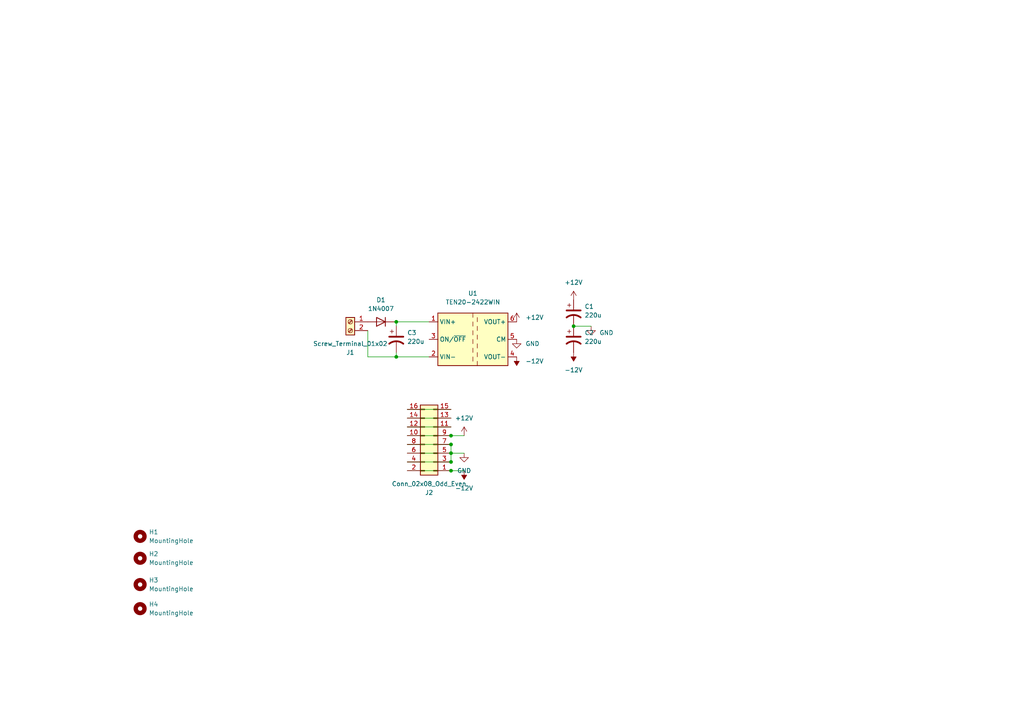
<source format=kicad_sch>
(kicad_sch (version 20211123) (generator eeschema)
  (paper "A4")
  (lib_symbols
    (symbol "Connector:Screw_Terminal_01x02" (pin_names (offset 1.016) hide)
      (property "Reference" "J" (at 0 2.54 0))
      (property "Value" "Screw_Terminal_01x02" (at 0 -5.08 0))
      (symbol "Screw_Terminal_01x02_1_1"
        (rectangle (start -1.27 1.27) (end 1.27 -3.81) (stroke (width 0.254)) (fill (type background)))
        (circle (center 0 -2.54) (radius 0.635) (stroke (width 0.1524)))
        (polyline (pts (xy -0.5334 -2.2098) (xy 0.3302 -3.048)) (stroke (width 0.1524)))
        (polyline (pts (xy -0.5334 0.3302) (xy 0.3302 -0.508)) (stroke (width 0.1524)))
        (polyline (pts (xy -0.3556 -2.032) (xy 0.508 -2.8702)) (stroke (width 0.1524)))
        (polyline (pts (xy -0.3556 0.508) (xy 0.508 -0.3302)) (stroke (width 0.1524)))
        (circle (center 0 0) (radius 0.635) (stroke (width 0.1524)))
        (pin passive line (at -5.08 0 0) (length 3.81) (name "Pin_1") (number "1"))
        (pin passive line (at -5.08 -2.54 0) (length 3.81) (name "Pin_2") (number "2"))
      )
    )
    (symbol "Connector_Generic:Conn_02x08_Odd_Even" (pin_names (offset 1.016) hide)
      (property "Reference" "J" (at 1.27 10.16 0))
      (property "Value" "Conn_02x08_Odd_Even" (at 1.27 -12.7 0))
      (symbol "Conn_02x08_Odd_Even_1_1"
        (rectangle (start -1.27 -10.033) (end 0 -10.287) (stroke (width 0.1524)))
        (rectangle (start -1.27 -7.493) (end 0 -7.747) (stroke (width 0.1524)))
        (rectangle (start -1.27 -4.953) (end 0 -5.207) (stroke (width 0.1524)))
        (rectangle (start -1.27 -2.413) (end 0 -2.667) (stroke (width 0.1524)))
        (rectangle (start -1.27 0.127) (end 0 -0.127) (stroke (width 0.1524)))
        (rectangle (start -1.27 2.667) (end 0 2.413) (stroke (width 0.1524)))
        (rectangle (start -1.27 5.207) (end 0 4.953) (stroke (width 0.1524)))
        (rectangle (start -1.27 7.747) (end 0 7.493) (stroke (width 0.1524)))
        (rectangle (start -1.27 8.89) (end 3.81 -11.43) (stroke (width 0.254)) (fill (type background)))
        (rectangle (start 3.81 -10.033) (end 2.54 -10.287) (stroke (width 0.1524)))
        (rectangle (start 3.81 -7.493) (end 2.54 -7.747) (stroke (width 0.1524)))
        (rectangle (start 3.81 -4.953) (end 2.54 -5.207) (stroke (width 0.1524)))
        (rectangle (start 3.81 -2.413) (end 2.54 -2.667) (stroke (width 0.1524)))
        (rectangle (start 3.81 0.127) (end 2.54 -0.127) (stroke (width 0.1524)))
        (rectangle (start 3.81 2.667) (end 2.54 2.413) (stroke (width 0.1524)))
        (rectangle (start 3.81 5.207) (end 2.54 4.953) (stroke (width 0.1524)))
        (rectangle (start 3.81 7.747) (end 2.54 7.493) (stroke (width 0.1524)))
        (pin passive line (at -5.08 7.62 0) (length 3.81) (name "Pin_1") (number "1"))
        (pin passive line (at 7.62 -2.54 180) (length 3.81) (name "Pin_10") (number "10"))
        (pin passive line (at -5.08 -5.08 0) (length 3.81) (name "Pin_11") (number "11"))
        (pin passive line (at 7.62 -5.08 180) (length 3.81) (name "Pin_12") (number "12"))
        (pin passive line (at -5.08 -7.62 0) (length 3.81) (name "Pin_13") (number "13"))
        (pin passive line (at 7.62 -7.62 180) (length 3.81) (name "Pin_14") (number "14"))
        (pin passive line (at -5.08 -10.16 0) (length 3.81) (name "Pin_15") (number "15"))
        (pin passive line (at 7.62 -10.16 180) (length 3.81) (name "Pin_16") (number "16"))
        (pin passive line (at 7.62 7.62 180) (length 3.81) (name "Pin_2") (number "2"))
        (pin passive line (at -5.08 5.08 0) (length 3.81) (name "Pin_3") (number "3"))
        (pin passive line (at 7.62 5.08 180) (length 3.81) (name "Pin_4") (number "4"))
        (pin passive line (at -5.08 2.54 0) (length 3.81) (name "Pin_5") (number "5"))
        (pin passive line (at 7.62 2.54 180) (length 3.81) (name "Pin_6") (number "6"))
        (pin passive line (at -5.08 0 0) (length 3.81) (name "Pin_7") (number "7"))
        (pin passive line (at 7.62 0 180) (length 3.81) (name "Pin_8") (number "8"))
        (pin passive line (at -5.08 -2.54 0) (length 3.81) (name "Pin_9") (number "9"))
      )
    )
    (symbol "Converter_DCDC:TEN20-2422WIN"
      (property "Reference" "U?" (at 0 13.335 0))
      (property "Value" "TEN20-2422WIN" (at 0 10.795 0))
      (symbol "TEN20-2422WIN_0_1"
        (rectangle (start -10.16 7.62) (end 10.16 -7.62) (stroke (width 0.254)) (fill (type background)))
        (polyline (pts (xy 0 -5.08) (xy 0 -6.35)))
        (polyline (pts (xy 0 -2.54) (xy 0 -3.81)))
        (polyline (pts (xy 0 0) (xy 0 -1.27)))
        (polyline (pts (xy 0 2.54) (xy 0 1.27)))
        (polyline (pts (xy 0 5.08) (xy 0 3.81)))
        (polyline (pts (xy 0 7.62) (xy 0 6.35)))
        (polyline (pts (xy 1.27 -7.62) (xy 1.27 -6.35)))
        (polyline (pts (xy 1.27 -5.08) (xy 1.27 -3.81)))
        (polyline (pts (xy 1.27 -2.54) (xy 1.27 -1.27)))
        (polyline (pts (xy 1.27 0) (xy 1.27 1.27)))
        (polyline (pts (xy 1.27 2.54) (xy 1.27 3.81)))
        (polyline (pts (xy 1.27 5.08) (xy 1.27 6.35)))
      )
      (symbol "TEN20-2422WIN_1_1"
        (pin power_in line (at -12.7 5.08 0) (length 2.54) (name "VIN+") (number "1"))
        (pin power_in line (at -12.7 -5.08 0) (length 2.54) (name "VIN-") (number "2"))
        (pin input line (at -12.7 0 0) (length 2.54) (name "ON/~{OFF}") (number "3"))
        (pin power_out line (at 12.7 -5.08 180) (length 2.54) (name "VOUT-") (number "4"))
        (pin power_out line (at 12.7 0 180) (length 2.54) (name "CM") (number "5"))
        (pin power_out line (at 12.7 5.08 180) (length 2.54) (name "VOUT+") (number "6"))
      )
    )
    (symbol "Device:C_Polarized_US" (pin_numbers hide) (pin_names (offset 0.254) hide)
      (property "Reference" "C" (at 0.635 2.54 0))
      (property "Value" "C_Polarized_US" (at 0.635 -2.54 0))
      (symbol "C_Polarized_US_0_1"
        (polyline (pts (xy -2.032 0.762) (xy 2.032 0.762)) (stroke (width 0.508)))
        (polyline (pts (xy -1.778 2.286) (xy -0.762 2.286)))
        (polyline (pts (xy -1.27 1.778) (xy -1.27 2.794)))
        (arc (start 2.032 -1.27) (mid 0 -0.5572) (end -2.032 -1.27) (stroke (width 0.508)))
      )
      (symbol "C_Polarized_US_1_1"
        (pin passive line (at 0 3.81 270) (length 2.794) (name "~") (number "1"))
        (pin passive line (at 0 -3.81 90) (length 3.302) (name "~") (number "2"))
      )
    )
    (symbol "Diode:1N4007" (pin_numbers hide) (pin_names (offset 1.016) hide)
      (property "Reference" "D" (at 0 2.54 0))
      (property "Value" "1N4007" (at 0 -2.54 0))
      (symbol "1N4007_0_1"
        (polyline (pts (xy -1.27 1.27) (xy -1.27 -1.27)) (stroke (width 0.254)))
        (polyline (pts (xy 1.27 0) (xy -1.27 0)))
        (polyline (pts (xy 1.27 1.27) (xy 1.27 -1.27) (xy -1.27 0) (xy 1.27 1.27)) (stroke (width 0.254)))
      )
      (symbol "1N4007_1_1"
        (pin passive line (at -3.81 0 0) (length 2.54) (name "K") (number "1"))
        (pin passive line (at 3.81 0 180) (length 2.54) (name "A") (number "2"))
      )
    )
    (symbol "Mechanical:MountingHole" (pin_names (offset 1.016))
      (property "Reference" "H" (at 0 5.08 0))
      (property "Value" "MountingHole" (at 0 3.175 0))
      (symbol "MountingHole_0_1"
        (circle (center 0 0) (radius 1.27) (stroke (width 1.27)))
      )
    )
    (symbol "power:+12V" (power) (pin_names (offset 0))
      (property "Value" "+12V" (at 0 3.556 0))
      (symbol "+12V_0_1"
        (polyline (pts (xy -0.762 1.27) (xy 0 2.54)))
        (polyline (pts (xy 0 0) (xy 0 2.54)))
        (polyline (pts (xy 0 2.54) (xy 0.762 1.27)))
      )
      (symbol "+12V_1_1"
        (pin power_in line (at 0 0 90) (length 0) hide (name "+12V") (number "1"))
      )
    )
    (symbol "power:-12V" (power) (pin_names (offset 0))
      (property "Value" "-12V" (at 0 3.81 0))
      (symbol "-12V_0_0"
        (pin power_in line (at 0 0 90) (length 0) hide (name "-12V") (number "1"))
      )
      (symbol "-12V_0_1"
        (polyline (pts (xy 0 0) (xy 0 1.27) (xy 0.762 1.27) (xy 0 2.54) (xy -0.762 1.27) (xy 0 1.27)) (fill (type outline)))
      )
    )
    (symbol "power:GND" (power) (pin_names (offset 0))
      (property "Value" "GND" (at 0 -3.81 0))
      (symbol "GND_0_1"
        (polyline (pts (xy 0 0) (xy 0 -1.27) (xy 1.27 -1.27) (xy 0 -2.54) (xy -1.27 -1.27) (xy 0 -1.27)))
      )
      (symbol "GND_1_1"
        (pin power_in line (at 0 0 270) (length 0) hide (name "GND") (number "1"))
      )
    )
  )
  (junction (at 130.81 126.365))
  (junction (at 130.81 136.525))
  (junction (at 130.81 133.985))
  (junction (at 130.81 128.905))
  (junction (at 166.37 94.615))
  (junction (at 114.935 93.345))
  (junction (at 114.935 103.505))
  (junction (at 130.81 131.445))
  (wire (pts (xy 118.11 126.365) (xy 130.81 126.365)))
  (wire (pts (xy 118.11 128.905) (xy 130.81 128.905)))
  (wire (pts (xy 130.81 131.445) (xy 130.81 133.985)))
  (wire (pts (xy 114.935 93.345) (xy 114.935 94.615)))
  (wire (pts (xy 114.935 103.505) (xy 124.46 103.505)))
  (wire (pts (xy 118.11 118.745) (xy 130.81 118.745)))
  (wire (pts (xy 130.81 128.905) (xy 130.81 131.445)))
  (wire (pts (xy 130.81 131.445) (xy 134.62 131.445)))
  (wire (pts (xy 130.81 136.525) (xy 134.62 136.525)))
  (wire (pts (xy 166.37 94.615) (xy 171.45 94.615)))
  (wire (pts (xy 118.11 123.825) (xy 130.81 123.825)))
  (wire (pts (xy 130.81 126.365) (xy 134.62 126.365)))
  (wire (pts (xy 118.11 131.445) (xy 130.81 131.445)))
  (wire (pts (xy 114.935 102.235) (xy 114.935 103.505)))
  (wire (pts (xy 118.11 133.985) (xy 130.81 133.985)))
  (wire (pts (xy 106.68 95.885) (xy 106.68 103.505)))
  (wire (pts (xy 114.3 93.345) (xy 114.935 93.345)))
  (wire (pts (xy 114.935 93.345) (xy 124.46 93.345)))
  (wire (pts (xy 118.11 121.285) (xy 130.81 121.285)))
  (wire (pts (xy 106.68 103.505) (xy 114.935 103.505)))
  (wire (pts (xy 118.11 136.525) (xy 130.81 136.525)))
  (symbol (lib_id "power:+12V") (at 166.37 86.995 0) (unit 1)
    (property "Reference" "#PWR01" (effects hide))
    (property "Value" "+12V" (at 166.37 81.915 0))
  )
  (symbol (lib_id "power:GND") (at 149.86 98.425 0) (mirror y) (unit 1)
    (property "Reference" "#PWR04" (effects hide))
    (property "Value" "GND" (at 152.4 99.6949 0) (effects (justify right)))
  )
  (symbol (lib_id "power:GND") (at 134.62 131.445 0) (unit 1)
    (property "Reference" "#PWR08" (effects hide))
    (property "Value" "GND" (at 134.62 136.525 0))
  )
  (symbol (lib_id "Device:C_Polarized_US") (at 114.935 98.425 0) (unit 1)
    (property "Reference" "C3" (at 118.11 96.5199 0) (effects (justify left)))
    (property "Value" "220u" (at 118.11 99.0599 0) (effects (justify left)))
    (property "Footprint" "Capacitor_THT:CP_Radial_D10.0mm_P5.00mm" (effects hide))
  )
  (symbol (lib_id "Converter_DCDC:TEN20-2422WIN") (at 137.16 98.425 0) (unit 1)
    (property "Reference" "U1" (at 137.16 85.09 0))
    (property "Value" "TEN20-2422WIN" (at 137.16 87.63 0))
    (property "Footprint" "Alex Custom:CONV_PYBE30-Q24-D12" (effects hide))
    (property "Datasheet" "http://www.tracopower.com/products/ten20win.pdf" (effects hide))
  )
  (symbol (lib_id "Connector_Generic:Conn_02x08_Odd_Even") (at 125.73 128.905 180) (unit 1)
    (property "Reference" "J2" (at 124.46 142.875 0))
    (property "Value" "Conn_02x08_Odd_Even" (at 124.46 140.335 0))
    (property "Footprint" "Connector_IDC:IDC-Header_2x08_P2.54mm_Vertical" (effects hide))
  )
  (symbol (lib_id "Device:C_Polarized_US") (at 166.37 98.425 0) (unit 1)
    (property "Reference" "C2" (at 169.545 96.5199 0) (effects (justify left)))
    (property "Value" "220u" (at 169.545 99.0599 0) (effects (justify left)))
    (property "Footprint" "Capacitor_THT:CP_Radial_D10.0mm_P5.00mm" (effects hide))
  )
  (symbol (lib_id "power:GND") (at 171.45 94.615 0) (unit 1)
    (property "Reference" "#PWR03" (effects hide))
    (property "Value" "GND" (at 175.895 96.52 0))
  )
  (symbol (lib_id "power:-12V") (at 166.37 102.235 180) (unit 1)
    (property "Reference" "#PWR05" (effects hide))
    (property "Value" "-12V" (at 166.37 107.315 0))
  )
  (symbol (lib_id "power:-12V") (at 134.62 136.525 180) (unit 1)
    (property "Reference" "#PWR09" (effects hide))
    (property "Value" "-12V" (at 134.62 141.605 0))
  )
  (symbol (lib_id "Device:C_Polarized_US") (at 166.37 90.805 0) (unit 1)
    (property "Reference" "C1" (at 169.545 88.8999 0) (effects (justify left)))
    (property "Value" "220u" (at 169.545 91.4399 0) (effects (justify left)))
    (property "Footprint" "Capacitor_THT:CP_Radial_D10.0mm_P5.00mm" (effects hide))
  )
  (symbol (lib_id "Connector:Screw_Terminal_01x02") (at 101.6 93.345 0) (mirror y) (unit 1)
    (property "Reference" "J1" (at 101.6 102.235 0))
    (property "Value" "Screw_Terminal_01x02" (at 101.6 99.695 0))
    (property "Footprint" "TerminalBlock_Phoenix:TerminalBlock_Phoenix_MKDS-3-2-5.08_1x02_P5.08mm_Horizontal" (effects hide))
  )
  (symbol (lib_id "Mechanical:MountingHole") (at 40.64 176.53 0) (unit 1)
    (property "Reference" "H4" (at 43.18 175.2599 0) (effects (justify left)))
    (property "Value" "MountingHole" (at 43.18 177.7999 0) (effects (justify left)))
    (property "Footprint" "MountingHole:MountingHole_3.2mm_M3" (effects hide))
  )
  (symbol (lib_id "power:+12V") (at 134.62 126.365 0) (unit 1)
    (property "Reference" "#PWR07" (effects hide))
    (property "Value" "+12V" (at 134.62 121.285 0))
  )
  (symbol (lib_id "Diode:1N4007") (at 110.49 93.345 180) (unit 1)
    (property "Reference" "D1" (at 110.49 86.995 0))
    (property "Value" "1N4007" (at 110.49 89.535 0))
    (property "Footprint" "Diode_THT:D_DO-41_SOD81_P10.16mm_Horizontal" (effects hide))
    (property "Datasheet" "http://www.vishay.com/docs/88503/1n4001.pdf" (effects hide))
  )
  (symbol (lib_id "Mechanical:MountingHole") (at 40.64 155.575 0) (unit 1)
    (property "Reference" "H1" (at 43.18 154.3049 0) (effects (justify left)))
    (property "Value" "MountingHole" (at 43.18 156.8449 0) (effects (justify left)))
    (property "Footprint" "MountingHole:MountingHole_3.2mm_M3" (effects hide))
  )
  (symbol (lib_id "Mechanical:MountingHole") (at 40.64 169.545 0) (unit 1)
    (property "Reference" "H3" (at 43.18 168.2749 0) (effects (justify left)))
    (property "Value" "MountingHole" (at 43.18 170.8149 0) (effects (justify left)))
    (property "Footprint" "MountingHole:MountingHole_3.2mm_M3" (effects hide))
  )
  (symbol (lib_id "power:-12V") (at 149.86 103.505 0) (mirror x) (unit 1)
    (property "Reference" "#PWR06" (effects hide))
    (property "Value" "-12V" (at 152.4 104.7751 0) (effects (justify left)))
  )
  (symbol (lib_id "power:+12V") (at 149.86 93.345 0) (mirror y) (unit 1)
    (property "Reference" "#PWR02" (effects hide))
    (property "Value" "+12V" (at 152.4 92.0751 0) (effects (justify right)))
  )
  (symbol (lib_id "Mechanical:MountingHole") (at 40.64 161.925 0) (unit 1)
    (property "Reference" "H2" (at 43.18 160.6549 0) (effects (justify left)))
    (property "Value" "MountingHole" (at 43.18 163.1949 0) (effects (justify left)))
    (property "Footprint" "MountingHole:MountingHole_3.2mm_M3" (effects hide))
  )
)
</source>
